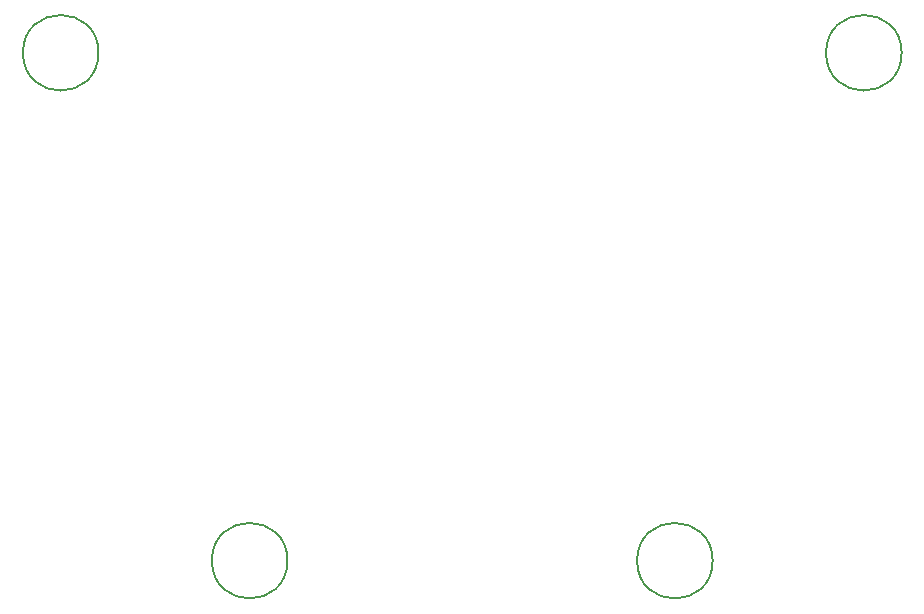
<source format=gbr>
%TF.GenerationSoftware,KiCad,Pcbnew,7.0.9*%
%TF.CreationDate,2024-12-19T18:12:44+09:00*%
%TF.ProjectId,02-LINE,30322d4c-494e-4452-9e6b-696361645f70,rev?*%
%TF.SameCoordinates,Original*%
%TF.FileFunction,Other,Comment*%
%FSLAX46Y46*%
G04 Gerber Fmt 4.6, Leading zero omitted, Abs format (unit mm)*
G04 Created by KiCad (PCBNEW 7.0.9) date 2024-12-19 18:12:44*
%MOMM*%
%LPD*%
G01*
G04 APERTURE LIST*
%ADD10C,0.150000*%
G04 APERTURE END LIST*
D10*
%TO.C,REF\u002A\u002A*%
X187200000Y-92000000D02*
G75*
G03*
X187200000Y-92000000I-3200000J0D01*
G01*
X135200000Y-135000000D02*
G75*
G03*
X135200000Y-135000000I-3200000J0D01*
G01*
X119200000Y-92000000D02*
G75*
G03*
X119200000Y-92000000I-3200000J0D01*
G01*
X171200000Y-135000000D02*
G75*
G03*
X171200000Y-135000000I-3200000J0D01*
G01*
%TD*%
M02*

</source>
